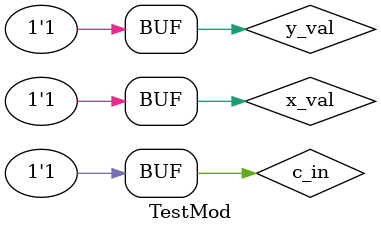
<source format=v>


// Majority Module
// x,y      -> and -> r1
// x,c_in   -> and -> r2
// y,c_in   -> and -> r3
// r1,r2,r3 -> or  -> c_out

module ParityMod(c_in, x_val, y_val, sum);
    input c_in, x_val, y_val;
    output sum;

    wire r1;

    xor(r1, x_val, y_val);
    xor(sum, r1, c_in);
    
endmodule

module MajorityMod(c_in, x_val, y_val, c_out);
    input c_in, x_val, y_val;
    output c_out;

    wire [1:3] r;

    and(r[1], x_val, y_val);
    and(r[2], x_val, c_in);
    and(r[3], y_val, c_in);
    or(c_out, r[1], r[2], r[3]);

endmodule

module TestMod;    
    reg  x_val, y_val, c_in;       
    wire c_out, sum;   
    
    ParityMod parity(c_in, x_val, y_val, sum);
    MajorityMod majority(c_in, x_val, y_val, c_out);

    initial begin
        $monitor("%0d\t%b\t%b\t%b\t%b\t%b",
            $time, c_in, x_val, y_val, c_out, sum);
        $display("Time\tCin\tX\tY\tCout\tSum");
        $display("----------------------------------------------------");
    end


    initial begin
        c_in = 0; x_val = 0; y_val = 0; #1;
        c_in = 0; x_val = 0; y_val = 1; #1;
        c_in = 0; x_val = 1; y_val = 0; #1;
        c_in = 0; x_val = 1; y_val = 1; #1;
        c_in = 1; x_val = 0; y_val = 0; #1;
        c_in = 1; x_val = 0; y_val = 1; #1;
        c_in = 1; x_val = 1; y_val = 0; #1;
        c_in = 1; x_val = 1; y_val = 1; #1;

    end
endmodule
</source>
